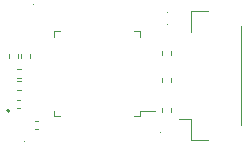
<source format=gto>
%TF.GenerationSoftware,KiCad,Pcbnew,(5.1.10)-1*%
%TF.CreationDate,2021-11-23T23:34:30+08:00*%
%TF.ProjectId,ST-Link_v2-1,53542d4c-696e-46b5-9f76-322d312e6b69,rev?*%
%TF.SameCoordinates,Original*%
%TF.FileFunction,Legend,Top*%
%TF.FilePolarity,Positive*%
%FSLAX46Y46*%
G04 Gerber Fmt 4.6, Leading zero omitted, Abs format (unit mm)*
G04 Created by KiCad (PCBNEW (5.1.10)-1) date 2021-11-23 23:34:30*
%MOMM*%
%LPD*%
G01*
G04 APERTURE LIST*
%ADD10C,0.120000*%
%ADD11C,0.200000*%
%ADD12C,0.100000*%
%ADD13R,1.850000X1.180000*%
%ADD14R,1.850000X0.300000*%
%ADD15R,1.250000X0.300000*%
G04 APERTURE END LIST*
D10*
%TO.C,R14*%
X184532000Y-109320359D02*
X184532000Y-109627641D01*
X185292000Y-109320359D02*
X185292000Y-109627641D01*
%TO.C,U1*%
X182680000Y-114412000D02*
X183970000Y-114412000D01*
X182680000Y-114862000D02*
X182680000Y-114412000D01*
X182230000Y-114862000D02*
X182680000Y-114862000D01*
X175460000Y-114862000D02*
X175460000Y-114412000D01*
X175910000Y-114862000D02*
X175460000Y-114862000D01*
X182680000Y-107642000D02*
X182680000Y-108092000D01*
X182230000Y-107642000D02*
X182680000Y-107642000D01*
X175460000Y-107642000D02*
X175460000Y-108092000D01*
X175910000Y-107642000D02*
X175460000Y-107642000D01*
%TO.C,R18*%
X172312359Y-112648000D02*
X172619641Y-112648000D01*
X172312359Y-111888000D02*
X172619641Y-111888000D01*
%TO.C,R17*%
X172314359Y-111632000D02*
X172621641Y-111632000D01*
X172314359Y-110872000D02*
X172621641Y-110872000D01*
%TO.C,R12*%
X172338000Y-109879641D02*
X172338000Y-109572359D01*
X171578000Y-109879641D02*
X171578000Y-109572359D01*
%TO.C,R11*%
X172594000Y-109574359D02*
X172594000Y-109881641D01*
X173354000Y-109574359D02*
X173354000Y-109881641D01*
%TO.C,R10*%
X185292000Y-111913641D02*
X185292000Y-111606359D01*
X184532000Y-111913641D02*
X184532000Y-111606359D01*
%TO.C,R9*%
X184532000Y-114146359D02*
X184532000Y-114453641D01*
X185292000Y-114146359D02*
X185292000Y-114453641D01*
D11*
%TO.C,J2*%
X171653000Y-114383000D02*
G75*
G03*
X171653000Y-114383000I-100000J0D01*
G01*
D10*
%TO.C,J1*%
X191282000Y-115594000D02*
X191282000Y-107164000D01*
X187012000Y-105894000D02*
X187012000Y-107694000D01*
X188462000Y-105894000D02*
X187012000Y-105894000D01*
X187012000Y-115064000D02*
X186022000Y-115064000D01*
X187012000Y-116864000D02*
X187012000Y-115064000D01*
X188462000Y-116864000D02*
X187012000Y-116864000D01*
D12*
%TO.C,D6*%
X184462746Y-116196254D02*
G75*
G03*
X184462746Y-116196254I-50000J0D01*
G01*
%TO.C,D5*%
X172888254Y-107704746D02*
G75*
G03*
X172888254Y-107704746I-50000J0D01*
G01*
%TO.C,D4*%
X173667746Y-105401254D02*
G75*
G03*
X173667746Y-105401254I-50000J0D01*
G01*
%TO.C,D3*%
X185036000Y-106045000D02*
G75*
G03*
X185036000Y-106045000I-50000J0D01*
G01*
%TO.C,D2*%
X185036000Y-107061000D02*
G75*
G03*
X185036000Y-107061000I-50000J0D01*
G01*
%TO.C,D1*%
X172950000Y-116967000D02*
G75*
G03*
X172950000Y-116967000I-50000J0D01*
G01*
D10*
%TO.C,C9*%
X174069836Y-115210000D02*
X173854164Y-115210000D01*
X174069836Y-115930000D02*
X173854164Y-115930000D01*
%TO.C,C8*%
X172318164Y-114152000D02*
X172533836Y-114152000D01*
X172318164Y-113432000D02*
X172533836Y-113432000D01*
%TD*%
%LPC*%
%TO.C,R14*%
G36*
G01*
X184727000Y-108694000D02*
X185097000Y-108694000D01*
G75*
G02*
X185232000Y-108829000I0J-135000D01*
G01*
X185232000Y-109099000D01*
G75*
G02*
X185097000Y-109234000I-135000J0D01*
G01*
X184727000Y-109234000D01*
G75*
G02*
X184592000Y-109099000I0J135000D01*
G01*
X184592000Y-108829000D01*
G75*
G02*
X184727000Y-108694000I135000J0D01*
G01*
G37*
G36*
G01*
X184727000Y-109714000D02*
X185097000Y-109714000D01*
G75*
G02*
X185232000Y-109849000I0J-135000D01*
G01*
X185232000Y-110119000D01*
G75*
G02*
X185097000Y-110254000I-135000J0D01*
G01*
X184727000Y-110254000D01*
G75*
G02*
X184592000Y-110119000I0J135000D01*
G01*
X184592000Y-109849000D01*
G75*
G02*
X184727000Y-109714000I135000J0D01*
G01*
G37*
%TD*%
%TO.C,U1*%
G36*
G01*
X183970000Y-113927000D02*
X183970000Y-114077000D01*
G75*
G02*
X183895000Y-114152000I-75000J0D01*
G01*
X182570000Y-114152000D01*
G75*
G02*
X182495000Y-114077000I0J75000D01*
G01*
X182495000Y-113927000D01*
G75*
G02*
X182570000Y-113852000I75000J0D01*
G01*
X183895000Y-113852000D01*
G75*
G02*
X183970000Y-113927000I0J-75000D01*
G01*
G37*
G36*
G01*
X183970000Y-113427000D02*
X183970000Y-113577000D01*
G75*
G02*
X183895000Y-113652000I-75000J0D01*
G01*
X182570000Y-113652000D01*
G75*
G02*
X182495000Y-113577000I0J75000D01*
G01*
X182495000Y-113427000D01*
G75*
G02*
X182570000Y-113352000I75000J0D01*
G01*
X183895000Y-113352000D01*
G75*
G02*
X183970000Y-113427000I0J-75000D01*
G01*
G37*
G36*
G01*
X183970000Y-112927000D02*
X183970000Y-113077000D01*
G75*
G02*
X183895000Y-113152000I-75000J0D01*
G01*
X182570000Y-113152000D01*
G75*
G02*
X182495000Y-113077000I0J75000D01*
G01*
X182495000Y-112927000D01*
G75*
G02*
X182570000Y-112852000I75000J0D01*
G01*
X183895000Y-112852000D01*
G75*
G02*
X183970000Y-112927000I0J-75000D01*
G01*
G37*
G36*
G01*
X183970000Y-112427000D02*
X183970000Y-112577000D01*
G75*
G02*
X183895000Y-112652000I-75000J0D01*
G01*
X182570000Y-112652000D01*
G75*
G02*
X182495000Y-112577000I0J75000D01*
G01*
X182495000Y-112427000D01*
G75*
G02*
X182570000Y-112352000I75000J0D01*
G01*
X183895000Y-112352000D01*
G75*
G02*
X183970000Y-112427000I0J-75000D01*
G01*
G37*
G36*
G01*
X183970000Y-111927000D02*
X183970000Y-112077000D01*
G75*
G02*
X183895000Y-112152000I-75000J0D01*
G01*
X182570000Y-112152000D01*
G75*
G02*
X182495000Y-112077000I0J75000D01*
G01*
X182495000Y-111927000D01*
G75*
G02*
X182570000Y-111852000I75000J0D01*
G01*
X183895000Y-111852000D01*
G75*
G02*
X183970000Y-111927000I0J-75000D01*
G01*
G37*
G36*
G01*
X183970000Y-111427000D02*
X183970000Y-111577000D01*
G75*
G02*
X183895000Y-111652000I-75000J0D01*
G01*
X182570000Y-111652000D01*
G75*
G02*
X182495000Y-111577000I0J75000D01*
G01*
X182495000Y-111427000D01*
G75*
G02*
X182570000Y-111352000I75000J0D01*
G01*
X183895000Y-111352000D01*
G75*
G02*
X183970000Y-111427000I0J-75000D01*
G01*
G37*
G36*
G01*
X183970000Y-110927000D02*
X183970000Y-111077000D01*
G75*
G02*
X183895000Y-111152000I-75000J0D01*
G01*
X182570000Y-111152000D01*
G75*
G02*
X182495000Y-111077000I0J75000D01*
G01*
X182495000Y-110927000D01*
G75*
G02*
X182570000Y-110852000I75000J0D01*
G01*
X183895000Y-110852000D01*
G75*
G02*
X183970000Y-110927000I0J-75000D01*
G01*
G37*
G36*
G01*
X183970000Y-110427000D02*
X183970000Y-110577000D01*
G75*
G02*
X183895000Y-110652000I-75000J0D01*
G01*
X182570000Y-110652000D01*
G75*
G02*
X182495000Y-110577000I0J75000D01*
G01*
X182495000Y-110427000D01*
G75*
G02*
X182570000Y-110352000I75000J0D01*
G01*
X183895000Y-110352000D01*
G75*
G02*
X183970000Y-110427000I0J-75000D01*
G01*
G37*
G36*
G01*
X183970000Y-109927000D02*
X183970000Y-110077000D01*
G75*
G02*
X183895000Y-110152000I-75000J0D01*
G01*
X182570000Y-110152000D01*
G75*
G02*
X182495000Y-110077000I0J75000D01*
G01*
X182495000Y-109927000D01*
G75*
G02*
X182570000Y-109852000I75000J0D01*
G01*
X183895000Y-109852000D01*
G75*
G02*
X183970000Y-109927000I0J-75000D01*
G01*
G37*
G36*
G01*
X183970000Y-109427000D02*
X183970000Y-109577000D01*
G75*
G02*
X183895000Y-109652000I-75000J0D01*
G01*
X182570000Y-109652000D01*
G75*
G02*
X182495000Y-109577000I0J75000D01*
G01*
X182495000Y-109427000D01*
G75*
G02*
X182570000Y-109352000I75000J0D01*
G01*
X183895000Y-109352000D01*
G75*
G02*
X183970000Y-109427000I0J-75000D01*
G01*
G37*
G36*
G01*
X183970000Y-108927000D02*
X183970000Y-109077000D01*
G75*
G02*
X183895000Y-109152000I-75000J0D01*
G01*
X182570000Y-109152000D01*
G75*
G02*
X182495000Y-109077000I0J75000D01*
G01*
X182495000Y-108927000D01*
G75*
G02*
X182570000Y-108852000I75000J0D01*
G01*
X183895000Y-108852000D01*
G75*
G02*
X183970000Y-108927000I0J-75000D01*
G01*
G37*
G36*
G01*
X183970000Y-108427000D02*
X183970000Y-108577000D01*
G75*
G02*
X183895000Y-108652000I-75000J0D01*
G01*
X182570000Y-108652000D01*
G75*
G02*
X182495000Y-108577000I0J75000D01*
G01*
X182495000Y-108427000D01*
G75*
G02*
X182570000Y-108352000I75000J0D01*
G01*
X183895000Y-108352000D01*
G75*
G02*
X183970000Y-108427000I0J-75000D01*
G01*
G37*
G36*
G01*
X181970000Y-106427000D02*
X181970000Y-107752000D01*
G75*
G02*
X181895000Y-107827000I-75000J0D01*
G01*
X181745000Y-107827000D01*
G75*
G02*
X181670000Y-107752000I0J75000D01*
G01*
X181670000Y-106427000D01*
G75*
G02*
X181745000Y-106352000I75000J0D01*
G01*
X181895000Y-106352000D01*
G75*
G02*
X181970000Y-106427000I0J-75000D01*
G01*
G37*
G36*
G01*
X181470000Y-106427000D02*
X181470000Y-107752000D01*
G75*
G02*
X181395000Y-107827000I-75000J0D01*
G01*
X181245000Y-107827000D01*
G75*
G02*
X181170000Y-107752000I0J75000D01*
G01*
X181170000Y-106427000D01*
G75*
G02*
X181245000Y-106352000I75000J0D01*
G01*
X181395000Y-106352000D01*
G75*
G02*
X181470000Y-106427000I0J-75000D01*
G01*
G37*
G36*
G01*
X180970000Y-106427000D02*
X180970000Y-107752000D01*
G75*
G02*
X180895000Y-107827000I-75000J0D01*
G01*
X180745000Y-107827000D01*
G75*
G02*
X180670000Y-107752000I0J75000D01*
G01*
X180670000Y-106427000D01*
G75*
G02*
X180745000Y-106352000I75000J0D01*
G01*
X180895000Y-106352000D01*
G75*
G02*
X180970000Y-106427000I0J-75000D01*
G01*
G37*
G36*
G01*
X180470000Y-106427000D02*
X180470000Y-107752000D01*
G75*
G02*
X180395000Y-107827000I-75000J0D01*
G01*
X180245000Y-107827000D01*
G75*
G02*
X180170000Y-107752000I0J75000D01*
G01*
X180170000Y-106427000D01*
G75*
G02*
X180245000Y-106352000I75000J0D01*
G01*
X180395000Y-106352000D01*
G75*
G02*
X180470000Y-106427000I0J-75000D01*
G01*
G37*
G36*
G01*
X179970000Y-106427000D02*
X179970000Y-107752000D01*
G75*
G02*
X179895000Y-107827000I-75000J0D01*
G01*
X179745000Y-107827000D01*
G75*
G02*
X179670000Y-107752000I0J75000D01*
G01*
X179670000Y-106427000D01*
G75*
G02*
X179745000Y-106352000I75000J0D01*
G01*
X179895000Y-106352000D01*
G75*
G02*
X179970000Y-106427000I0J-75000D01*
G01*
G37*
G36*
G01*
X179470000Y-106427000D02*
X179470000Y-107752000D01*
G75*
G02*
X179395000Y-107827000I-75000J0D01*
G01*
X179245000Y-107827000D01*
G75*
G02*
X179170000Y-107752000I0J75000D01*
G01*
X179170000Y-106427000D01*
G75*
G02*
X179245000Y-106352000I75000J0D01*
G01*
X179395000Y-106352000D01*
G75*
G02*
X179470000Y-106427000I0J-75000D01*
G01*
G37*
G36*
G01*
X178970000Y-106427000D02*
X178970000Y-107752000D01*
G75*
G02*
X178895000Y-107827000I-75000J0D01*
G01*
X178745000Y-107827000D01*
G75*
G02*
X178670000Y-107752000I0J75000D01*
G01*
X178670000Y-106427000D01*
G75*
G02*
X178745000Y-106352000I75000J0D01*
G01*
X178895000Y-106352000D01*
G75*
G02*
X178970000Y-106427000I0J-75000D01*
G01*
G37*
G36*
G01*
X178470000Y-106427000D02*
X178470000Y-107752000D01*
G75*
G02*
X178395000Y-107827000I-75000J0D01*
G01*
X178245000Y-107827000D01*
G75*
G02*
X178170000Y-107752000I0J75000D01*
G01*
X178170000Y-106427000D01*
G75*
G02*
X178245000Y-106352000I75000J0D01*
G01*
X178395000Y-106352000D01*
G75*
G02*
X178470000Y-106427000I0J-75000D01*
G01*
G37*
G36*
G01*
X177970000Y-106427000D02*
X177970000Y-107752000D01*
G75*
G02*
X177895000Y-107827000I-75000J0D01*
G01*
X177745000Y-107827000D01*
G75*
G02*
X177670000Y-107752000I0J75000D01*
G01*
X177670000Y-106427000D01*
G75*
G02*
X177745000Y-106352000I75000J0D01*
G01*
X177895000Y-106352000D01*
G75*
G02*
X177970000Y-106427000I0J-75000D01*
G01*
G37*
G36*
G01*
X177470000Y-106427000D02*
X177470000Y-107752000D01*
G75*
G02*
X177395000Y-107827000I-75000J0D01*
G01*
X177245000Y-107827000D01*
G75*
G02*
X177170000Y-107752000I0J75000D01*
G01*
X177170000Y-106427000D01*
G75*
G02*
X177245000Y-106352000I75000J0D01*
G01*
X177395000Y-106352000D01*
G75*
G02*
X177470000Y-106427000I0J-75000D01*
G01*
G37*
G36*
G01*
X176970000Y-106427000D02*
X176970000Y-107752000D01*
G75*
G02*
X176895000Y-107827000I-75000J0D01*
G01*
X176745000Y-107827000D01*
G75*
G02*
X176670000Y-107752000I0J75000D01*
G01*
X176670000Y-106427000D01*
G75*
G02*
X176745000Y-106352000I75000J0D01*
G01*
X176895000Y-106352000D01*
G75*
G02*
X176970000Y-106427000I0J-75000D01*
G01*
G37*
G36*
G01*
X176470000Y-106427000D02*
X176470000Y-107752000D01*
G75*
G02*
X176395000Y-107827000I-75000J0D01*
G01*
X176245000Y-107827000D01*
G75*
G02*
X176170000Y-107752000I0J75000D01*
G01*
X176170000Y-106427000D01*
G75*
G02*
X176245000Y-106352000I75000J0D01*
G01*
X176395000Y-106352000D01*
G75*
G02*
X176470000Y-106427000I0J-75000D01*
G01*
G37*
G36*
G01*
X175645000Y-108427000D02*
X175645000Y-108577000D01*
G75*
G02*
X175570000Y-108652000I-75000J0D01*
G01*
X174245000Y-108652000D01*
G75*
G02*
X174170000Y-108577000I0J75000D01*
G01*
X174170000Y-108427000D01*
G75*
G02*
X174245000Y-108352000I75000J0D01*
G01*
X175570000Y-108352000D01*
G75*
G02*
X175645000Y-108427000I0J-75000D01*
G01*
G37*
G36*
G01*
X175645000Y-108927000D02*
X175645000Y-109077000D01*
G75*
G02*
X175570000Y-109152000I-75000J0D01*
G01*
X174245000Y-109152000D01*
G75*
G02*
X174170000Y-109077000I0J75000D01*
G01*
X174170000Y-108927000D01*
G75*
G02*
X174245000Y-108852000I75000J0D01*
G01*
X175570000Y-108852000D01*
G75*
G02*
X175645000Y-108927000I0J-75000D01*
G01*
G37*
G36*
G01*
X175645000Y-109427000D02*
X175645000Y-109577000D01*
G75*
G02*
X175570000Y-109652000I-75000J0D01*
G01*
X174245000Y-109652000D01*
G75*
G02*
X174170000Y-109577000I0J75000D01*
G01*
X174170000Y-109427000D01*
G75*
G02*
X174245000Y-109352000I75000J0D01*
G01*
X175570000Y-109352000D01*
G75*
G02*
X175645000Y-109427000I0J-75000D01*
G01*
G37*
G36*
G01*
X175645000Y-109927000D02*
X175645000Y-110077000D01*
G75*
G02*
X175570000Y-110152000I-75000J0D01*
G01*
X174245000Y-110152000D01*
G75*
G02*
X174170000Y-110077000I0J75000D01*
G01*
X174170000Y-109927000D01*
G75*
G02*
X174245000Y-109852000I75000J0D01*
G01*
X175570000Y-109852000D01*
G75*
G02*
X175645000Y-109927000I0J-75000D01*
G01*
G37*
G36*
G01*
X175645000Y-110427000D02*
X175645000Y-110577000D01*
G75*
G02*
X175570000Y-110652000I-75000J0D01*
G01*
X174245000Y-110652000D01*
G75*
G02*
X174170000Y-110577000I0J75000D01*
G01*
X174170000Y-110427000D01*
G75*
G02*
X174245000Y-110352000I75000J0D01*
G01*
X175570000Y-110352000D01*
G75*
G02*
X175645000Y-110427000I0J-75000D01*
G01*
G37*
G36*
G01*
X175645000Y-110927000D02*
X175645000Y-111077000D01*
G75*
G02*
X175570000Y-111152000I-75000J0D01*
G01*
X174245000Y-111152000D01*
G75*
G02*
X174170000Y-111077000I0J75000D01*
G01*
X174170000Y-110927000D01*
G75*
G02*
X174245000Y-110852000I75000J0D01*
G01*
X175570000Y-110852000D01*
G75*
G02*
X175645000Y-110927000I0J-75000D01*
G01*
G37*
G36*
G01*
X175645000Y-111427000D02*
X175645000Y-111577000D01*
G75*
G02*
X175570000Y-111652000I-75000J0D01*
G01*
X174245000Y-111652000D01*
G75*
G02*
X174170000Y-111577000I0J75000D01*
G01*
X174170000Y-111427000D01*
G75*
G02*
X174245000Y-111352000I75000J0D01*
G01*
X175570000Y-111352000D01*
G75*
G02*
X175645000Y-111427000I0J-75000D01*
G01*
G37*
G36*
G01*
X175645000Y-111927000D02*
X175645000Y-112077000D01*
G75*
G02*
X175570000Y-112152000I-75000J0D01*
G01*
X174245000Y-112152000D01*
G75*
G02*
X174170000Y-112077000I0J75000D01*
G01*
X174170000Y-111927000D01*
G75*
G02*
X174245000Y-111852000I75000J0D01*
G01*
X175570000Y-111852000D01*
G75*
G02*
X175645000Y-111927000I0J-75000D01*
G01*
G37*
G36*
G01*
X175645000Y-112427000D02*
X175645000Y-112577000D01*
G75*
G02*
X175570000Y-112652000I-75000J0D01*
G01*
X174245000Y-112652000D01*
G75*
G02*
X174170000Y-112577000I0J75000D01*
G01*
X174170000Y-112427000D01*
G75*
G02*
X174245000Y-112352000I75000J0D01*
G01*
X175570000Y-112352000D01*
G75*
G02*
X175645000Y-112427000I0J-75000D01*
G01*
G37*
G36*
G01*
X175645000Y-112927000D02*
X175645000Y-113077000D01*
G75*
G02*
X175570000Y-113152000I-75000J0D01*
G01*
X174245000Y-113152000D01*
G75*
G02*
X174170000Y-113077000I0J75000D01*
G01*
X174170000Y-112927000D01*
G75*
G02*
X174245000Y-112852000I75000J0D01*
G01*
X175570000Y-112852000D01*
G75*
G02*
X175645000Y-112927000I0J-75000D01*
G01*
G37*
G36*
G01*
X175645000Y-113427000D02*
X175645000Y-113577000D01*
G75*
G02*
X175570000Y-113652000I-75000J0D01*
G01*
X174245000Y-113652000D01*
G75*
G02*
X174170000Y-113577000I0J75000D01*
G01*
X174170000Y-113427000D01*
G75*
G02*
X174245000Y-113352000I75000J0D01*
G01*
X175570000Y-113352000D01*
G75*
G02*
X175645000Y-113427000I0J-75000D01*
G01*
G37*
G36*
G01*
X175645000Y-113927000D02*
X175645000Y-114077000D01*
G75*
G02*
X175570000Y-114152000I-75000J0D01*
G01*
X174245000Y-114152000D01*
G75*
G02*
X174170000Y-114077000I0J75000D01*
G01*
X174170000Y-113927000D01*
G75*
G02*
X174245000Y-113852000I75000J0D01*
G01*
X175570000Y-113852000D01*
G75*
G02*
X175645000Y-113927000I0J-75000D01*
G01*
G37*
G36*
G01*
X176470000Y-114752000D02*
X176470000Y-116077000D01*
G75*
G02*
X176395000Y-116152000I-75000J0D01*
G01*
X176245000Y-116152000D01*
G75*
G02*
X176170000Y-116077000I0J75000D01*
G01*
X176170000Y-114752000D01*
G75*
G02*
X176245000Y-114677000I75000J0D01*
G01*
X176395000Y-114677000D01*
G75*
G02*
X176470000Y-114752000I0J-75000D01*
G01*
G37*
G36*
G01*
X176970000Y-114752000D02*
X176970000Y-116077000D01*
G75*
G02*
X176895000Y-116152000I-75000J0D01*
G01*
X176745000Y-116152000D01*
G75*
G02*
X176670000Y-116077000I0J75000D01*
G01*
X176670000Y-114752000D01*
G75*
G02*
X176745000Y-114677000I75000J0D01*
G01*
X176895000Y-114677000D01*
G75*
G02*
X176970000Y-114752000I0J-75000D01*
G01*
G37*
G36*
G01*
X177470000Y-114752000D02*
X177470000Y-116077000D01*
G75*
G02*
X177395000Y-116152000I-75000J0D01*
G01*
X177245000Y-116152000D01*
G75*
G02*
X177170000Y-116077000I0J75000D01*
G01*
X177170000Y-114752000D01*
G75*
G02*
X177245000Y-114677000I75000J0D01*
G01*
X177395000Y-114677000D01*
G75*
G02*
X177470000Y-114752000I0J-75000D01*
G01*
G37*
G36*
G01*
X177970000Y-114752000D02*
X177970000Y-116077000D01*
G75*
G02*
X177895000Y-116152000I-75000J0D01*
G01*
X177745000Y-116152000D01*
G75*
G02*
X177670000Y-116077000I0J75000D01*
G01*
X177670000Y-114752000D01*
G75*
G02*
X177745000Y-114677000I75000J0D01*
G01*
X177895000Y-114677000D01*
G75*
G02*
X177970000Y-114752000I0J-75000D01*
G01*
G37*
G36*
G01*
X178470000Y-114752000D02*
X178470000Y-116077000D01*
G75*
G02*
X178395000Y-116152000I-75000J0D01*
G01*
X178245000Y-116152000D01*
G75*
G02*
X178170000Y-116077000I0J75000D01*
G01*
X178170000Y-114752000D01*
G75*
G02*
X178245000Y-114677000I75000J0D01*
G01*
X178395000Y-114677000D01*
G75*
G02*
X178470000Y-114752000I0J-75000D01*
G01*
G37*
G36*
G01*
X178970000Y-114752000D02*
X178970000Y-116077000D01*
G75*
G02*
X178895000Y-116152000I-75000J0D01*
G01*
X178745000Y-116152000D01*
G75*
G02*
X178670000Y-116077000I0J75000D01*
G01*
X178670000Y-114752000D01*
G75*
G02*
X178745000Y-114677000I75000J0D01*
G01*
X178895000Y-114677000D01*
G75*
G02*
X178970000Y-114752000I0J-75000D01*
G01*
G37*
G36*
G01*
X179470000Y-114752000D02*
X179470000Y-116077000D01*
G75*
G02*
X179395000Y-116152000I-75000J0D01*
G01*
X179245000Y-116152000D01*
G75*
G02*
X179170000Y-116077000I0J75000D01*
G01*
X179170000Y-114752000D01*
G75*
G02*
X179245000Y-114677000I75000J0D01*
G01*
X179395000Y-114677000D01*
G75*
G02*
X179470000Y-114752000I0J-75000D01*
G01*
G37*
G36*
G01*
X179970000Y-114752000D02*
X179970000Y-116077000D01*
G75*
G02*
X179895000Y-116152000I-75000J0D01*
G01*
X179745000Y-116152000D01*
G75*
G02*
X179670000Y-116077000I0J75000D01*
G01*
X179670000Y-114752000D01*
G75*
G02*
X179745000Y-114677000I75000J0D01*
G01*
X179895000Y-114677000D01*
G75*
G02*
X179970000Y-114752000I0J-75000D01*
G01*
G37*
G36*
G01*
X180470000Y-114752000D02*
X180470000Y-116077000D01*
G75*
G02*
X180395000Y-116152000I-75000J0D01*
G01*
X180245000Y-116152000D01*
G75*
G02*
X180170000Y-116077000I0J75000D01*
G01*
X180170000Y-114752000D01*
G75*
G02*
X180245000Y-114677000I75000J0D01*
G01*
X180395000Y-114677000D01*
G75*
G02*
X180470000Y-114752000I0J-75000D01*
G01*
G37*
G36*
G01*
X180970000Y-114752000D02*
X180970000Y-116077000D01*
G75*
G02*
X180895000Y-116152000I-75000J0D01*
G01*
X180745000Y-116152000D01*
G75*
G02*
X180670000Y-116077000I0J75000D01*
G01*
X180670000Y-114752000D01*
G75*
G02*
X180745000Y-114677000I75000J0D01*
G01*
X180895000Y-114677000D01*
G75*
G02*
X180970000Y-114752000I0J-75000D01*
G01*
G37*
G36*
G01*
X181470000Y-114752000D02*
X181470000Y-116077000D01*
G75*
G02*
X181395000Y-116152000I-75000J0D01*
G01*
X181245000Y-116152000D01*
G75*
G02*
X181170000Y-116077000I0J75000D01*
G01*
X181170000Y-114752000D01*
G75*
G02*
X181245000Y-114677000I75000J0D01*
G01*
X181395000Y-114677000D01*
G75*
G02*
X181470000Y-114752000I0J-75000D01*
G01*
G37*
G36*
G01*
X181970000Y-114752000D02*
X181970000Y-116077000D01*
G75*
G02*
X181895000Y-116152000I-75000J0D01*
G01*
X181745000Y-116152000D01*
G75*
G02*
X181670000Y-116077000I0J75000D01*
G01*
X181670000Y-114752000D01*
G75*
G02*
X181745000Y-114677000I75000J0D01*
G01*
X181895000Y-114677000D01*
G75*
G02*
X181970000Y-114752000I0J-75000D01*
G01*
G37*
%TD*%
%TO.C,R18*%
G36*
G01*
X171686000Y-112453000D02*
X171686000Y-112083000D01*
G75*
G02*
X171821000Y-111948000I135000J0D01*
G01*
X172091000Y-111948000D01*
G75*
G02*
X172226000Y-112083000I0J-135000D01*
G01*
X172226000Y-112453000D01*
G75*
G02*
X172091000Y-112588000I-135000J0D01*
G01*
X171821000Y-112588000D01*
G75*
G02*
X171686000Y-112453000I0J135000D01*
G01*
G37*
G36*
G01*
X172706000Y-112453000D02*
X172706000Y-112083000D01*
G75*
G02*
X172841000Y-111948000I135000J0D01*
G01*
X173111000Y-111948000D01*
G75*
G02*
X173246000Y-112083000I0J-135000D01*
G01*
X173246000Y-112453000D01*
G75*
G02*
X173111000Y-112588000I-135000J0D01*
G01*
X172841000Y-112588000D01*
G75*
G02*
X172706000Y-112453000I0J135000D01*
G01*
G37*
%TD*%
%TO.C,R17*%
G36*
G01*
X171688000Y-111437000D02*
X171688000Y-111067000D01*
G75*
G02*
X171823000Y-110932000I135000J0D01*
G01*
X172093000Y-110932000D01*
G75*
G02*
X172228000Y-111067000I0J-135000D01*
G01*
X172228000Y-111437000D01*
G75*
G02*
X172093000Y-111572000I-135000J0D01*
G01*
X171823000Y-111572000D01*
G75*
G02*
X171688000Y-111437000I0J135000D01*
G01*
G37*
G36*
G01*
X172708000Y-111437000D02*
X172708000Y-111067000D01*
G75*
G02*
X172843000Y-110932000I135000J0D01*
G01*
X173113000Y-110932000D01*
G75*
G02*
X173248000Y-111067000I0J-135000D01*
G01*
X173248000Y-111437000D01*
G75*
G02*
X173113000Y-111572000I-135000J0D01*
G01*
X172843000Y-111572000D01*
G75*
G02*
X172708000Y-111437000I0J135000D01*
G01*
G37*
%TD*%
%TO.C,R12*%
G36*
G01*
X172143000Y-110506000D02*
X171773000Y-110506000D01*
G75*
G02*
X171638000Y-110371000I0J135000D01*
G01*
X171638000Y-110101000D01*
G75*
G02*
X171773000Y-109966000I135000J0D01*
G01*
X172143000Y-109966000D01*
G75*
G02*
X172278000Y-110101000I0J-135000D01*
G01*
X172278000Y-110371000D01*
G75*
G02*
X172143000Y-110506000I-135000J0D01*
G01*
G37*
G36*
G01*
X172143000Y-109486000D02*
X171773000Y-109486000D01*
G75*
G02*
X171638000Y-109351000I0J135000D01*
G01*
X171638000Y-109081000D01*
G75*
G02*
X171773000Y-108946000I135000J0D01*
G01*
X172143000Y-108946000D01*
G75*
G02*
X172278000Y-109081000I0J-135000D01*
G01*
X172278000Y-109351000D01*
G75*
G02*
X172143000Y-109486000I-135000J0D01*
G01*
G37*
%TD*%
%TO.C,R11*%
G36*
G01*
X172789000Y-108948000D02*
X173159000Y-108948000D01*
G75*
G02*
X173294000Y-109083000I0J-135000D01*
G01*
X173294000Y-109353000D01*
G75*
G02*
X173159000Y-109488000I-135000J0D01*
G01*
X172789000Y-109488000D01*
G75*
G02*
X172654000Y-109353000I0J135000D01*
G01*
X172654000Y-109083000D01*
G75*
G02*
X172789000Y-108948000I135000J0D01*
G01*
G37*
G36*
G01*
X172789000Y-109968000D02*
X173159000Y-109968000D01*
G75*
G02*
X173294000Y-110103000I0J-135000D01*
G01*
X173294000Y-110373000D01*
G75*
G02*
X173159000Y-110508000I-135000J0D01*
G01*
X172789000Y-110508000D01*
G75*
G02*
X172654000Y-110373000I0J135000D01*
G01*
X172654000Y-110103000D01*
G75*
G02*
X172789000Y-109968000I135000J0D01*
G01*
G37*
%TD*%
%TO.C,R10*%
G36*
G01*
X185097000Y-112540000D02*
X184727000Y-112540000D01*
G75*
G02*
X184592000Y-112405000I0J135000D01*
G01*
X184592000Y-112135000D01*
G75*
G02*
X184727000Y-112000000I135000J0D01*
G01*
X185097000Y-112000000D01*
G75*
G02*
X185232000Y-112135000I0J-135000D01*
G01*
X185232000Y-112405000D01*
G75*
G02*
X185097000Y-112540000I-135000J0D01*
G01*
G37*
G36*
G01*
X185097000Y-111520000D02*
X184727000Y-111520000D01*
G75*
G02*
X184592000Y-111385000I0J135000D01*
G01*
X184592000Y-111115000D01*
G75*
G02*
X184727000Y-110980000I135000J0D01*
G01*
X185097000Y-110980000D01*
G75*
G02*
X185232000Y-111115000I0J-135000D01*
G01*
X185232000Y-111385000D01*
G75*
G02*
X185097000Y-111520000I-135000J0D01*
G01*
G37*
%TD*%
%TO.C,R9*%
G36*
G01*
X184727000Y-113520000D02*
X185097000Y-113520000D01*
G75*
G02*
X185232000Y-113655000I0J-135000D01*
G01*
X185232000Y-113925000D01*
G75*
G02*
X185097000Y-114060000I-135000J0D01*
G01*
X184727000Y-114060000D01*
G75*
G02*
X184592000Y-113925000I0J135000D01*
G01*
X184592000Y-113655000D01*
G75*
G02*
X184727000Y-113520000I135000J0D01*
G01*
G37*
G36*
G01*
X184727000Y-114540000D02*
X185097000Y-114540000D01*
G75*
G02*
X185232000Y-114675000I0J-135000D01*
G01*
X185232000Y-114945000D01*
G75*
G02*
X185097000Y-115080000I-135000J0D01*
G01*
X184727000Y-115080000D01*
G75*
G02*
X184592000Y-114945000I0J135000D01*
G01*
X184592000Y-114675000D01*
G75*
G02*
X184727000Y-114540000I135000J0D01*
G01*
G37*
%TD*%
D13*
%TO.C,J2*%
X170053000Y-115273000D03*
X170053000Y-107993000D03*
D14*
X170053000Y-114383000D03*
D15*
X170053000Y-113883000D03*
X170053000Y-113383000D03*
X170053000Y-112883000D03*
X170053000Y-112383000D03*
X170053000Y-111883000D03*
X170053000Y-111383000D03*
X170053000Y-110883000D03*
X170053000Y-110383000D03*
X170053000Y-109883000D03*
X170053000Y-109383000D03*
D14*
X170053000Y-108883000D03*
%TD*%
%TO.C,J1*%
G36*
G01*
X187572000Y-114804000D02*
X186172000Y-114804000D01*
G75*
G02*
X186022000Y-114654000I0J150000D01*
G01*
X186022000Y-114354000D01*
G75*
G02*
X186172000Y-114204000I150000J0D01*
G01*
X187572000Y-114204000D01*
G75*
G02*
X187722000Y-114354000I0J-150000D01*
G01*
X187722000Y-114654000D01*
G75*
G02*
X187572000Y-114804000I-150000J0D01*
G01*
G37*
G36*
G01*
X187572000Y-113554000D02*
X186172000Y-113554000D01*
G75*
G02*
X186022000Y-113404000I0J150000D01*
G01*
X186022000Y-113104000D01*
G75*
G02*
X186172000Y-112954000I150000J0D01*
G01*
X187572000Y-112954000D01*
G75*
G02*
X187722000Y-113104000I0J-150000D01*
G01*
X187722000Y-113404000D01*
G75*
G02*
X187572000Y-113554000I-150000J0D01*
G01*
G37*
G36*
G01*
X187572000Y-112304000D02*
X186172000Y-112304000D01*
G75*
G02*
X186022000Y-112154000I0J150000D01*
G01*
X186022000Y-111854000D01*
G75*
G02*
X186172000Y-111704000I150000J0D01*
G01*
X187572000Y-111704000D01*
G75*
G02*
X187722000Y-111854000I0J-150000D01*
G01*
X187722000Y-112154000D01*
G75*
G02*
X187572000Y-112304000I-150000J0D01*
G01*
G37*
G36*
G01*
X187572000Y-111054000D02*
X186172000Y-111054000D01*
G75*
G02*
X186022000Y-110904000I0J150000D01*
G01*
X186022000Y-110604000D01*
G75*
G02*
X186172000Y-110454000I150000J0D01*
G01*
X187572000Y-110454000D01*
G75*
G02*
X187722000Y-110604000I0J-150000D01*
G01*
X187722000Y-110904000D01*
G75*
G02*
X187572000Y-111054000I-150000J0D01*
G01*
G37*
G36*
G01*
X187572000Y-109804000D02*
X186172000Y-109804000D01*
G75*
G02*
X186022000Y-109654000I0J150000D01*
G01*
X186022000Y-109354000D01*
G75*
G02*
X186172000Y-109204000I150000J0D01*
G01*
X187572000Y-109204000D01*
G75*
G02*
X187722000Y-109354000I0J-150000D01*
G01*
X187722000Y-109654000D01*
G75*
G02*
X187572000Y-109804000I-150000J0D01*
G01*
G37*
G36*
G01*
X187572000Y-108554000D02*
X186172000Y-108554000D01*
G75*
G02*
X186022000Y-108404000I0J150000D01*
G01*
X186022000Y-108104000D01*
G75*
G02*
X186172000Y-107954000I150000J0D01*
G01*
X187572000Y-107954000D01*
G75*
G02*
X187722000Y-108104000I0J-150000D01*
G01*
X187722000Y-108404000D01*
G75*
G02*
X187572000Y-108554000I-150000J0D01*
G01*
G37*
G36*
G01*
X191172000Y-116854000D02*
X188972000Y-116854000D01*
G75*
G02*
X188722000Y-116604000I0J250000D01*
G01*
X188722000Y-116104000D01*
G75*
G02*
X188972000Y-115854000I250000J0D01*
G01*
X191172000Y-115854000D01*
G75*
G02*
X191422000Y-116104000I0J-250000D01*
G01*
X191422000Y-116604000D01*
G75*
G02*
X191172000Y-116854000I-250000J0D01*
G01*
G37*
G36*
G01*
X191172000Y-106904000D02*
X188972000Y-106904000D01*
G75*
G02*
X188722000Y-106654000I0J250000D01*
G01*
X188722000Y-106154000D01*
G75*
G02*
X188972000Y-105904000I250000J0D01*
G01*
X191172000Y-105904000D01*
G75*
G02*
X191422000Y-106154000I0J-250000D01*
G01*
X191422000Y-106654000D01*
G75*
G02*
X191172000Y-106904000I-250000J0D01*
G01*
G37*
%TD*%
%TO.C,D6*%
G36*
G01*
X183385673Y-116979375D02*
X183629625Y-117223327D01*
G75*
G02*
X183629625Y-117431923I-104298J-104298D01*
G01*
X183421029Y-117640519D01*
G75*
G02*
X183212433Y-117640519I-104298J104298D01*
G01*
X182968481Y-117396567D01*
G75*
G02*
X182968481Y-117187971I104298J104298D01*
G01*
X183177077Y-116979375D01*
G75*
G02*
X183385673Y-116979375I104298J-104298D01*
G01*
G37*
G36*
G01*
X184071567Y-116293481D02*
X184315519Y-116537433D01*
G75*
G02*
X184315519Y-116746029I-104298J-104298D01*
G01*
X184106923Y-116954625D01*
G75*
G02*
X183898327Y-116954625I-104298J104298D01*
G01*
X183654375Y-116710673D01*
G75*
G02*
X183654375Y-116502077I104298J104298D01*
G01*
X183862971Y-116293481D01*
G75*
G02*
X184071567Y-116293481I104298J-104298D01*
G01*
G37*
%TD*%
%TO.C,D5*%
G36*
G01*
X173179433Y-107607519D02*
X172935481Y-107363567D01*
G75*
G02*
X172935481Y-107154971I104298J104298D01*
G01*
X173144077Y-106946375D01*
G75*
G02*
X173352673Y-106946375I104298J-104298D01*
G01*
X173596625Y-107190327D01*
G75*
G02*
X173596625Y-107398923I-104298J-104298D01*
G01*
X173388029Y-107607519D01*
G75*
G02*
X173179433Y-107607519I-104298J104298D01*
G01*
G37*
G36*
G01*
X173865327Y-106921625D02*
X173621375Y-106677673D01*
G75*
G02*
X173621375Y-106469077I104298J104298D01*
G01*
X173829971Y-106260481D01*
G75*
G02*
X174038567Y-106260481I104298J-104298D01*
G01*
X174282519Y-106504433D01*
G75*
G02*
X174282519Y-106713029I-104298J-104298D01*
G01*
X174073923Y-106921625D01*
G75*
G02*
X173865327Y-106921625I-104298J104298D01*
G01*
G37*
%TD*%
%TO.C,D4*%
G36*
G01*
X173276567Y-105498481D02*
X173520519Y-105742433D01*
G75*
G02*
X173520519Y-105951029I-104298J-104298D01*
G01*
X173311923Y-106159625D01*
G75*
G02*
X173103327Y-106159625I-104298J104298D01*
G01*
X172859375Y-105915673D01*
G75*
G02*
X172859375Y-105707077I104298J104298D01*
G01*
X173067971Y-105498481D01*
G75*
G02*
X173276567Y-105498481I104298J-104298D01*
G01*
G37*
G36*
G01*
X172590673Y-106184375D02*
X172834625Y-106428327D01*
G75*
G02*
X172834625Y-106636923I-104298J-104298D01*
G01*
X172626029Y-106845519D01*
G75*
G02*
X172417433Y-106845519I-104298J104298D01*
G01*
X172173481Y-106601567D01*
G75*
G02*
X172173481Y-106392971I104298J104298D01*
G01*
X172382077Y-106184375D01*
G75*
G02*
X172590673Y-106184375I104298J-104298D01*
G01*
G37*
%TD*%
%TO.C,D3*%
G36*
G01*
X184676000Y-105872500D02*
X184676000Y-106217500D01*
G75*
G02*
X184528500Y-106365000I-147500J0D01*
G01*
X184233500Y-106365000D01*
G75*
G02*
X184086000Y-106217500I0J147500D01*
G01*
X184086000Y-105872500D01*
G75*
G02*
X184233500Y-105725000I147500J0D01*
G01*
X184528500Y-105725000D01*
G75*
G02*
X184676000Y-105872500I0J-147500D01*
G01*
G37*
G36*
G01*
X183706000Y-105872500D02*
X183706000Y-106217500D01*
G75*
G02*
X183558500Y-106365000I-147500J0D01*
G01*
X183263500Y-106365000D01*
G75*
G02*
X183116000Y-106217500I0J147500D01*
G01*
X183116000Y-105872500D01*
G75*
G02*
X183263500Y-105725000I147500J0D01*
G01*
X183558500Y-105725000D01*
G75*
G02*
X183706000Y-105872500I0J-147500D01*
G01*
G37*
%TD*%
%TO.C,D2*%
G36*
G01*
X184676000Y-106888500D02*
X184676000Y-107233500D01*
G75*
G02*
X184528500Y-107381000I-147500J0D01*
G01*
X184233500Y-107381000D01*
G75*
G02*
X184086000Y-107233500I0J147500D01*
G01*
X184086000Y-106888500D01*
G75*
G02*
X184233500Y-106741000I147500J0D01*
G01*
X184528500Y-106741000D01*
G75*
G02*
X184676000Y-106888500I0J-147500D01*
G01*
G37*
G36*
G01*
X183706000Y-106888500D02*
X183706000Y-107233500D01*
G75*
G02*
X183558500Y-107381000I-147500J0D01*
G01*
X183263500Y-107381000D01*
G75*
G02*
X183116000Y-107233500I0J147500D01*
G01*
X183116000Y-106888500D01*
G75*
G02*
X183263500Y-106741000I147500J0D01*
G01*
X183558500Y-106741000D01*
G75*
G02*
X183706000Y-106888500I0J-147500D01*
G01*
G37*
%TD*%
%TO.C,D1*%
G36*
G01*
X173210000Y-117139500D02*
X173210000Y-116794500D01*
G75*
G02*
X173357500Y-116647000I147500J0D01*
G01*
X173652500Y-116647000D01*
G75*
G02*
X173800000Y-116794500I0J-147500D01*
G01*
X173800000Y-117139500D01*
G75*
G02*
X173652500Y-117287000I-147500J0D01*
G01*
X173357500Y-117287000D01*
G75*
G02*
X173210000Y-117139500I0J147500D01*
G01*
G37*
G36*
G01*
X174180000Y-117139500D02*
X174180000Y-116794500D01*
G75*
G02*
X174327500Y-116647000I147500J0D01*
G01*
X174622500Y-116647000D01*
G75*
G02*
X174770000Y-116794500I0J-147500D01*
G01*
X174770000Y-117139500D01*
G75*
G02*
X174622500Y-117287000I-147500J0D01*
G01*
X174327500Y-117287000D01*
G75*
G02*
X174180000Y-117139500I0J147500D01*
G01*
G37*
%TD*%
%TO.C,C9*%
G36*
G01*
X174722000Y-115400000D02*
X174722000Y-115740000D01*
G75*
G02*
X174582000Y-115880000I-140000J0D01*
G01*
X174302000Y-115880000D01*
G75*
G02*
X174162000Y-115740000I0J140000D01*
G01*
X174162000Y-115400000D01*
G75*
G02*
X174302000Y-115260000I140000J0D01*
G01*
X174582000Y-115260000D01*
G75*
G02*
X174722000Y-115400000I0J-140000D01*
G01*
G37*
G36*
G01*
X173762000Y-115400000D02*
X173762000Y-115740000D01*
G75*
G02*
X173622000Y-115880000I-140000J0D01*
G01*
X173342000Y-115880000D01*
G75*
G02*
X173202000Y-115740000I0J140000D01*
G01*
X173202000Y-115400000D01*
G75*
G02*
X173342000Y-115260000I140000J0D01*
G01*
X173622000Y-115260000D01*
G75*
G02*
X173762000Y-115400000I0J-140000D01*
G01*
G37*
%TD*%
%TO.C,C8*%
G36*
G01*
X171666000Y-113962000D02*
X171666000Y-113622000D01*
G75*
G02*
X171806000Y-113482000I140000J0D01*
G01*
X172086000Y-113482000D01*
G75*
G02*
X172226000Y-113622000I0J-140000D01*
G01*
X172226000Y-113962000D01*
G75*
G02*
X172086000Y-114102000I-140000J0D01*
G01*
X171806000Y-114102000D01*
G75*
G02*
X171666000Y-113962000I0J140000D01*
G01*
G37*
G36*
G01*
X172626000Y-113962000D02*
X172626000Y-113622000D01*
G75*
G02*
X172766000Y-113482000I140000J0D01*
G01*
X173046000Y-113482000D01*
G75*
G02*
X173186000Y-113622000I0J-140000D01*
G01*
X173186000Y-113962000D01*
G75*
G02*
X173046000Y-114102000I-140000J0D01*
G01*
X172766000Y-114102000D01*
G75*
G02*
X172626000Y-113962000I0J140000D01*
G01*
G37*
%TD*%
M02*

</source>
